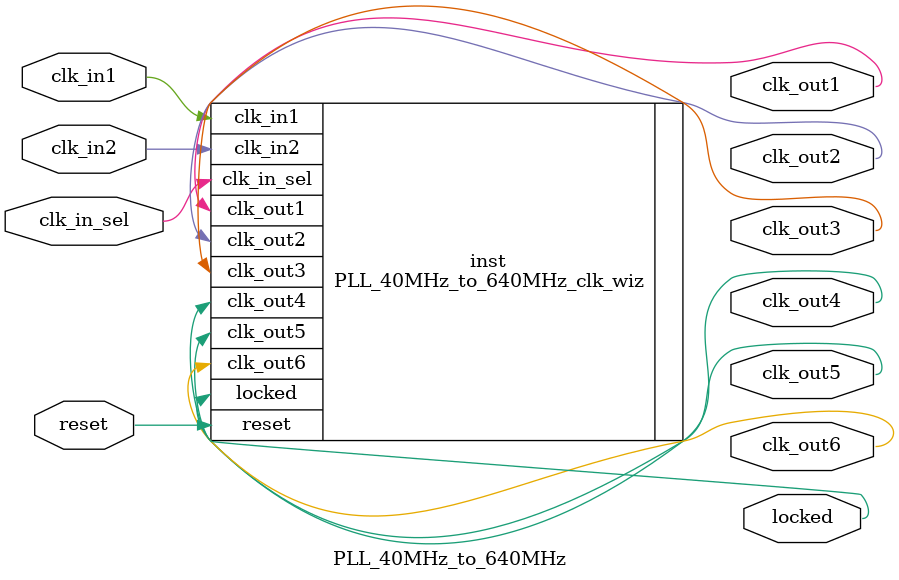
<source format=v>


`timescale 1ps/1ps

(* CORE_GENERATION_INFO = "PLL_40MHz_to_640MHz,clk_wiz_v6_0_13_0_0,{component_name=PLL_40MHz_to_640MHz,use_phase_alignment=true,use_min_o_jitter=false,use_max_i_jitter=false,use_dyn_phase_shift=false,use_inclk_switchover=true,use_dyn_reconfig=false,enable_axi=0,feedback_source=FDBK_AUTO,PRIMITIVE=MMCM,num_out_clk=6,clkin1_period=25.000,clkin2_period=25.000,use_power_down=false,use_reset=true,use_locked=true,use_inclk_stopped=false,feedback_type=SINGLE,CLOCK_MGR_TYPE=NA,manual_override=false}" *)

module PLL_40MHz_to_640MHz 
 (
  input         clk_in2,
  input         clk_in_sel,
  // Clock out ports
  output        clk_out1,
  output        clk_out2,
  output        clk_out3,
  output        clk_out4,
  output        clk_out5,
  output        clk_out6,
  // Status and control signals
  input         reset,
  output        locked,
 // Clock in ports
  input         clk_in1
 );

  PLL_40MHz_to_640MHz_clk_wiz inst
  (
  .clk_in2(clk_in2),
  .clk_in_sel(clk_in_sel),
  // Clock out ports  
  .clk_out1(clk_out1),
  .clk_out2(clk_out2),
  .clk_out3(clk_out3),
  .clk_out4(clk_out4),
  .clk_out5(clk_out5),
  .clk_out6(clk_out6),
  // Status and control signals               
  .reset(reset), 
  .locked(locked),
 // Clock in ports
  .clk_in1(clk_in1)
  );

endmodule

</source>
